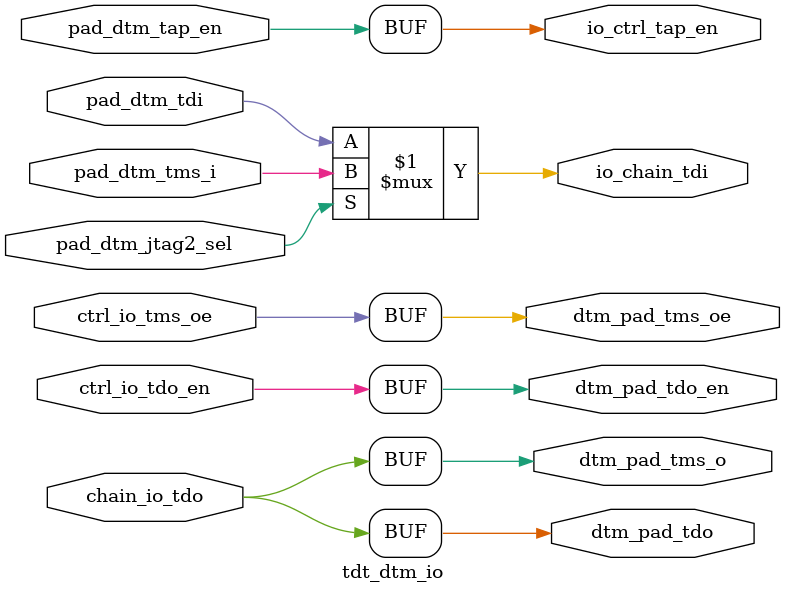
<source format=v>

/*Copyright 2020-2021 T-Head Semiconductor Co., Ltd.

Licensed under the Apache License, Version 2.0 (the "License");
you may not use this file except in compliance with the License.
You may obtain a copy of the License at

    http://www.apache.org/licenses/LICENSE-2.0

Unless required by applicable law or agreed to in writing, software
distributed under the License is distributed on an "AS IS" BASIS,
WITHOUT WARRANTIES OR CONDITIONS OF ANY KIND, either express or implied.
See the License for the specific language governing permissions and
limitations under the License.
*/
module tdt_dtm_io(      
    input          pad_dtm_jtag2_sel,         
    input          pad_dtm_tap_en,        
    input          pad_dtm_tdi,           
    input          pad_dtm_tms_i,  
    output         dtm_pad_tdo,           
    output         dtm_pad_tdo_en,        
    output         dtm_pad_tms_o,         
    output         dtm_pad_tms_oe,        
    input          chain_io_tdo,             
    input          ctrl_io_tdo_en,              
    input          ctrl_io_tms_oe,                          
    output         io_chain_tdi,             
    output         io_ctrl_tap_en
);

    assign io_ctrl_tap_en = pad_dtm_tap_en;
    assign io_chain_tdi   = pad_dtm_jtag2_sel ? pad_dtm_tms_i : pad_dtm_tdi;
    assign dtm_pad_tdo    = chain_io_tdo;
    assign dtm_pad_tms_o  = chain_io_tdo;
    assign dtm_pad_tdo_en = ctrl_io_tdo_en;
    assign dtm_pad_tms_oe = ctrl_io_tms_oe;

endmodule




</source>
